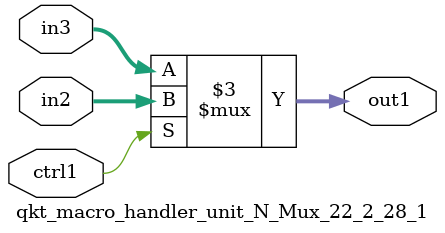
<source format=v>

`timescale 1ps / 1ps


module qkt_macro_handler_unit_N_Mux_22_2_28_1( in3, in2, ctrl1, out1 );

    input [21:0] in3;
    input [21:0] in2;
    input ctrl1;
    output [21:0] out1;
    reg [21:0] out1;

    
    // rtl_process:qkt_macro_handler_unit_N_Mux_22_2_28_1/qkt_macro_handler_unit_N_Mux_22_2_28_1_thread_1
    always @*
      begin : qkt_macro_handler_unit_N_Mux_22_2_28_1_thread_1
        case (ctrl1) 
          1'b1: 
            begin
              out1 = in2;
            end
          default: 
            begin
              out1 = in3;
            end
        endcase
      end

endmodule



</source>
